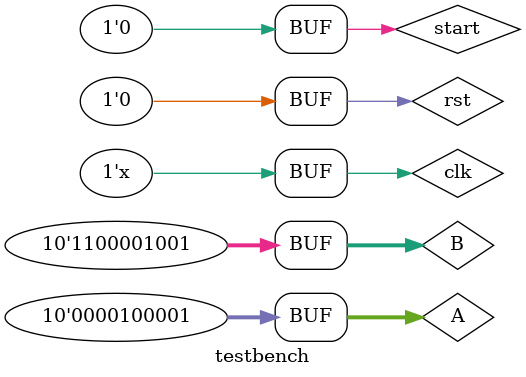
<source format=v>
module testbench;
localparam W=10;
reg clk, start, rst;
reg [W-1:0] A, B;
wire [W-1:0] result;
wire result_valid;

gcd #(.W(W)) gcd_inst(
.clk(clk),
.start(start),
.rst(rst),
.A_in(A),
.B_in(B),
.result(result),
.result_valid(result_valid)
);


initial begin
clk=0; start=0; rst=1; A=752; B=168;
#40 rst=0;
#20 start=1;
#60 start=0;
#1000 A=33; B=777; start=1;
#60 start=0;
end
always #10 clk=~clk;
endmodule

</source>
